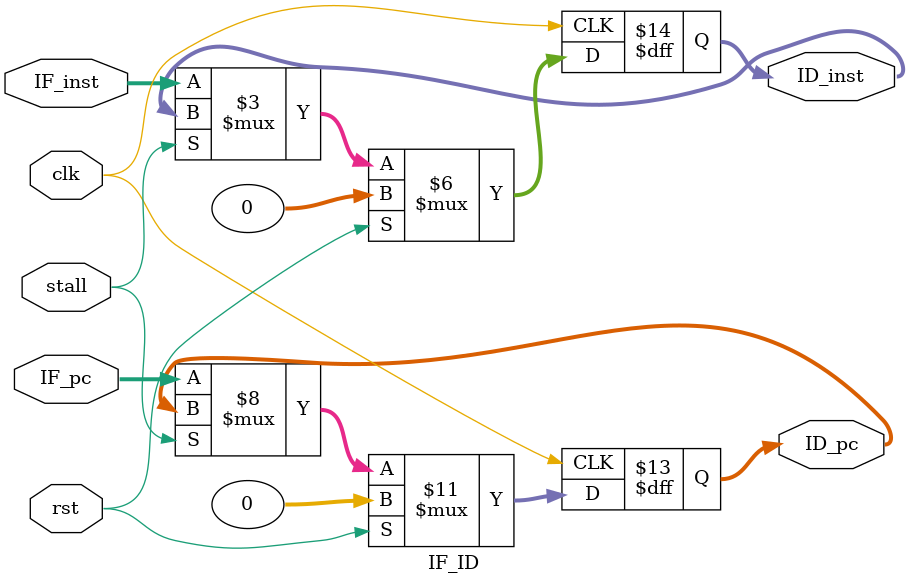
<source format=v>
module IF_ID (
    input wire clk,
    input wire rst,
    input wire stall,
    input wire [31:0] IF_pc,
    input wire [31:0] IF_inst,
    output reg [31:0] ID_pc,
    output reg [31:0] ID_inst
);

    always @(posedge clk) begin
        if (rst) begin
            ID_pc <= 32'h00000000;
            ID_inst <= 32'h00000000;
        end else if (!stall) begin
            ID_pc <= IF_pc;
            ID_inst <= IF_inst;
        end
    end

endmodule
</source>
